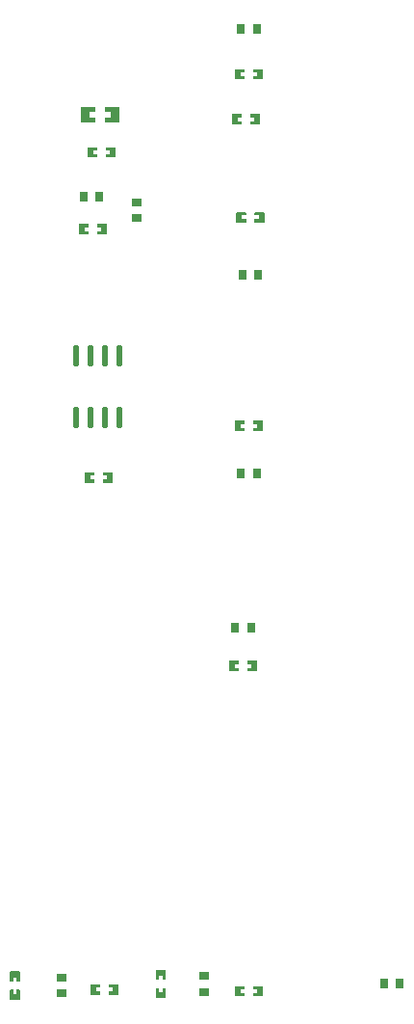
<source format=gtp>
G04 Layer: TopPasteMaskLayer*
G04 EasyEDA v6.5.22, 2023-02-14 12:38:32*
G04 3ec02a8cd32b49f9a07c26a40bf890e6,7be1179030e74d40a97a3c751b95adb4,10*
G04 Gerber Generator version 0.2*
G04 Scale: 100 percent, Rotated: No, Reflected: No *
G04 Dimensions in millimeters *
G04 leading zeros omitted , absolute positions ,4 integer and 5 decimal *
%FSLAX45Y45*%
%MOMM*%

%ADD10R,0.8000X0.9000*%
%ADD11R,0.9000X0.8000*%
%ADD12O,0.5684012X1.950212*%

%LPD*%
G36*
X-1878177Y4070908D02*
G01*
X-1883206Y4065879D01*
X-1883206Y4043121D01*
X-1846173Y4043121D01*
X-1846173Y4010101D01*
X-1883206Y4010101D01*
X-1883206Y3985920D01*
X-1878177Y3980891D01*
X-1798218Y3980891D01*
X-1793189Y3985920D01*
X-1793189Y4065879D01*
X-1798218Y4070908D01*
G37*
G36*
X-2037181Y4070908D02*
G01*
X-2042210Y4065879D01*
X-2042210Y3985920D01*
X-2037181Y3980891D01*
X-1958187Y3980891D01*
X-1953209Y3985920D01*
X-1953209Y4010101D01*
X-1991207Y4010101D01*
X-1991207Y4043121D01*
X-1953209Y4043121D01*
X-1953209Y4065879D01*
X-1958187Y4070908D01*
G37*
G36*
X-2049881Y2242108D02*
G01*
X-2054910Y2237079D01*
X-2054910Y2157120D01*
X-2049881Y2152091D01*
X-1969922Y2152091D01*
X-1964893Y2157120D01*
X-1964893Y2179878D01*
X-2001926Y2179878D01*
X-2001926Y2212898D01*
X-1964893Y2212898D01*
X-1964893Y2237079D01*
X-1969922Y2242108D01*
G37*
G36*
X-1889912Y2242108D02*
G01*
X-1894890Y2237079D01*
X-1894890Y2212898D01*
X-1856892Y2212898D01*
X-1856892Y2179878D01*
X-1894890Y2179878D01*
X-1894890Y2157120D01*
X-1889912Y2152091D01*
X-1810918Y2152091D01*
X-1805889Y2157120D01*
X-1805889Y2237079D01*
X-1810918Y2242108D01*
G37*
G36*
X-2100681Y133908D02*
G01*
X-2105710Y128879D01*
X-2105710Y48920D01*
X-2100681Y43891D01*
X-2020722Y43891D01*
X-2015693Y48920D01*
X-2015693Y71678D01*
X-2052726Y71678D01*
X-2052726Y104698D01*
X-2015693Y104698D01*
X-2015693Y128879D01*
X-2020722Y133908D01*
G37*
G36*
X-1940712Y133908D02*
G01*
X-1945690Y128879D01*
X-1945690Y104698D01*
X-1907692Y104698D01*
X-1907692Y71678D01*
X-1945690Y71678D01*
X-1945690Y48920D01*
X-1940712Y43891D01*
X-1861718Y43891D01*
X-1856689Y48920D01*
X-1856689Y128879D01*
X-1861718Y133908D01*
G37*
G36*
X-4027779Y-2593289D02*
G01*
X-4032808Y-2598318D01*
X-4032808Y-2678277D01*
X-4027779Y-2683306D01*
X-4005021Y-2683306D01*
X-4005021Y-2646273D01*
X-3972001Y-2646273D01*
X-3972001Y-2683306D01*
X-3947820Y-2683306D01*
X-3942791Y-2678277D01*
X-3942791Y-2598318D01*
X-3947820Y-2593289D01*
G37*
G36*
X-4027779Y-2753309D02*
G01*
X-4032808Y-2758287D01*
X-4032808Y-2837281D01*
X-4027779Y-2842310D01*
X-3947820Y-2842310D01*
X-3942791Y-2837281D01*
X-3942791Y-2758287D01*
X-3947820Y-2753309D01*
X-3972001Y-2753309D01*
X-3972001Y-2791307D01*
X-4005021Y-2791307D01*
X-4005021Y-2753309D01*
G37*
G36*
X-3160877Y-2710891D02*
G01*
X-3165906Y-2715920D01*
X-3165906Y-2738678D01*
X-3128873Y-2738678D01*
X-3128873Y-2771698D01*
X-3165906Y-2771698D01*
X-3165906Y-2795879D01*
X-3160877Y-2800908D01*
X-3080918Y-2800908D01*
X-3075889Y-2795879D01*
X-3075889Y-2715920D01*
X-3080918Y-2710891D01*
G37*
G36*
X-3319881Y-2710891D02*
G01*
X-3324910Y-2715920D01*
X-3324910Y-2795879D01*
X-3319881Y-2800908D01*
X-3240887Y-2800908D01*
X-3235909Y-2795879D01*
X-3235909Y-2771698D01*
X-3273907Y-2771698D01*
X-3273907Y-2738678D01*
X-3235909Y-2738678D01*
X-3235909Y-2715920D01*
X-3240887Y-2710891D01*
G37*
G36*
X-2745079Y-2580589D02*
G01*
X-2750108Y-2585618D01*
X-2750108Y-2665577D01*
X-2745079Y-2670606D01*
X-2722321Y-2670606D01*
X-2722321Y-2633573D01*
X-2689301Y-2633573D01*
X-2689301Y-2670606D01*
X-2665120Y-2670606D01*
X-2660091Y-2665577D01*
X-2660091Y-2585618D01*
X-2665120Y-2580589D01*
G37*
G36*
X-2745079Y-2740609D02*
G01*
X-2750108Y-2745587D01*
X-2750108Y-2824581D01*
X-2745079Y-2829610D01*
X-2665120Y-2829610D01*
X-2660091Y-2824581D01*
X-2660091Y-2745587D01*
X-2665120Y-2740609D01*
X-2689301Y-2740609D01*
X-2689301Y-2778607D01*
X-2722321Y-2778607D01*
X-2722321Y-2740609D01*
G37*
G36*
X-1890877Y-2723591D02*
G01*
X-1895906Y-2728620D01*
X-1895906Y-2751378D01*
X-1858873Y-2751378D01*
X-1858873Y-2784398D01*
X-1895906Y-2784398D01*
X-1895906Y-2808579D01*
X-1890877Y-2813608D01*
X-1810918Y-2813608D01*
X-1805889Y-2808579D01*
X-1805889Y-2728620D01*
X-1810918Y-2723591D01*
G37*
G36*
X-2049881Y-2723591D02*
G01*
X-2054910Y-2728620D01*
X-2054910Y-2808579D01*
X-2049881Y-2813608D01*
X-1970887Y-2813608D01*
X-1965909Y-2808579D01*
X-1965909Y-2784398D01*
X-2003907Y-2784398D01*
X-2003907Y-2751378D01*
X-1965909Y-2751378D01*
X-1965909Y-2728620D01*
X-1970887Y-2723591D01*
G37*
G36*
X-2075281Y4934508D02*
G01*
X-2080310Y4929479D01*
X-2080310Y4849520D01*
X-2075281Y4844491D01*
X-1995322Y4844491D01*
X-1990293Y4849520D01*
X-1990293Y4872278D01*
X-2027326Y4872278D01*
X-2027326Y4905298D01*
X-1990293Y4905298D01*
X-1990293Y4929479D01*
X-1995322Y4934508D01*
G37*
G36*
X-1915312Y4934508D02*
G01*
X-1920290Y4929479D01*
X-1920290Y4905298D01*
X-1882292Y4905298D01*
X-1882292Y4872278D01*
X-1920290Y4872278D01*
X-1920290Y4849520D01*
X-1915312Y4844491D01*
X-1836318Y4844491D01*
X-1831289Y4849520D01*
X-1831289Y4929479D01*
X-1836318Y4934508D01*
G37*
G36*
X-2049881Y5328208D02*
G01*
X-2054910Y5323179D01*
X-2054910Y5243220D01*
X-2049881Y5238191D01*
X-1969922Y5238191D01*
X-1964893Y5243220D01*
X-1964893Y5265978D01*
X-2001926Y5265978D01*
X-2001926Y5298998D01*
X-1964893Y5298998D01*
X-1964893Y5323179D01*
X-1969922Y5328208D01*
G37*
G36*
X-1889912Y5328208D02*
G01*
X-1894890Y5323179D01*
X-1894890Y5298998D01*
X-1856892Y5298998D01*
X-1856892Y5265978D01*
X-1894890Y5265978D01*
X-1894890Y5243220D01*
X-1889912Y5238191D01*
X-1810918Y5238191D01*
X-1805889Y5243220D01*
X-1805889Y5323179D01*
X-1810918Y5328208D01*
G37*
G36*
X-3186277Y4642408D02*
G01*
X-3191306Y4637379D01*
X-3191306Y4614621D01*
X-3154273Y4614621D01*
X-3154273Y4581601D01*
X-3191306Y4581601D01*
X-3191306Y4557420D01*
X-3186277Y4552391D01*
X-3106318Y4552391D01*
X-3101289Y4557420D01*
X-3101289Y4637379D01*
X-3106318Y4642408D01*
G37*
G36*
X-3345281Y4642408D02*
G01*
X-3350310Y4637379D01*
X-3350310Y4557420D01*
X-3345281Y4552391D01*
X-3266287Y4552391D01*
X-3261309Y4557420D01*
X-3261309Y4581601D01*
X-3299307Y4581601D01*
X-3299307Y4614621D01*
X-3261309Y4614621D01*
X-3261309Y4637379D01*
X-3266287Y4642408D01*
G37*
G36*
X-3211677Y1784908D02*
G01*
X-3216706Y1779879D01*
X-3216706Y1757121D01*
X-3179673Y1757121D01*
X-3179673Y1724101D01*
X-3216706Y1724101D01*
X-3216706Y1699920D01*
X-3211677Y1694891D01*
X-3131718Y1694891D01*
X-3126689Y1699920D01*
X-3126689Y1779879D01*
X-3131718Y1784908D01*
G37*
G36*
X-3370681Y1784908D02*
G01*
X-3375710Y1779879D01*
X-3375710Y1699920D01*
X-3370681Y1694891D01*
X-3291687Y1694891D01*
X-3286709Y1699920D01*
X-3286709Y1724101D01*
X-3324707Y1724101D01*
X-3324707Y1757121D01*
X-3286709Y1757121D01*
X-3286709Y1779879D01*
X-3291687Y1784908D01*
G37*
G36*
X-3421481Y3969308D02*
G01*
X-3426510Y3964279D01*
X-3426510Y3884320D01*
X-3421481Y3879291D01*
X-3341522Y3879291D01*
X-3336493Y3884320D01*
X-3336493Y3907078D01*
X-3373526Y3907078D01*
X-3373526Y3940098D01*
X-3336493Y3940098D01*
X-3336493Y3964279D01*
X-3341522Y3969308D01*
G37*
G36*
X-3261512Y3969308D02*
G01*
X-3266490Y3964279D01*
X-3266490Y3940098D01*
X-3228492Y3940098D01*
X-3228492Y3907078D01*
X-3266490Y3907078D01*
X-3266490Y3884320D01*
X-3261512Y3879291D01*
X-3182518Y3879291D01*
X-3177489Y3884320D01*
X-3177489Y3964279D01*
X-3182518Y3969308D01*
G37*
G36*
X-3403498Y4996586D02*
G01*
X-3408527Y4991608D01*
X-3408527Y4863592D01*
X-3403498Y4858613D01*
X-3288487Y4858613D01*
X-3283508Y4863592D01*
X-3284016Y4905603D01*
X-3328009Y4905603D01*
X-3328009Y4950612D01*
X-3283000Y4950612D01*
X-3283508Y4991608D01*
X-3288487Y4996586D01*
G37*
G36*
X-3188512Y4996586D02*
G01*
X-3193491Y4991608D01*
X-3192983Y4950612D01*
X-3148990Y4950612D01*
X-3148990Y4905603D01*
X-3193491Y4905603D01*
X-3193491Y4863592D01*
X-3188512Y4858613D01*
X-3073501Y4858613D01*
X-3068523Y4863592D01*
X-3068523Y4991608D01*
X-3073501Y4996586D01*
G37*
D10*
G01*
X-2000402Y5676900D03*
G01*
X-1860397Y5676900D03*
G01*
X-2051202Y419100D03*
G01*
X-1911197Y419100D03*
G01*
X-2000402Y1778000D03*
G01*
X-1860397Y1778000D03*
G01*
X-1847697Y3517900D03*
G01*
X-1987702Y3517900D03*
G01*
X-3244697Y4203700D03*
G01*
X-3384702Y4203700D03*
D11*
G01*
X-2921000Y4019397D03*
G01*
X-2921000Y4159402D03*
D10*
G01*
X-603097Y-2705100D03*
G01*
X-743102Y-2705100D03*
D11*
G01*
X-3581400Y-2787802D03*
G01*
X-3581400Y-2647797D03*
G01*
X-2324100Y-2775102D03*
G01*
X-2324100Y-2635097D03*
D12*
G01*
X-3454400Y2269489D03*
G01*
X-3327400Y2269489D03*
G01*
X-3200400Y2269489D03*
G01*
X-3073400Y2269489D03*
G01*
X-3454400Y2810510D03*
G01*
X-3327400Y2810510D03*
G01*
X-3200400Y2810510D03*
G01*
X-3073400Y2810510D03*
M02*

</source>
